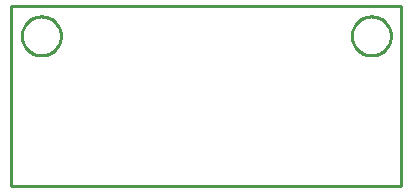
<source format=gbr>
G04 EAGLE Gerber RS-274X export*
G75*
%MOMM*%
%FSLAX34Y34*%
%LPD*%
%IN*%
%IPPOS*%
%AMOC8*
5,1,8,0,0,1.08239X$1,22.5*%
G01*
%ADD10C,0.254000*%


D10*
X0Y0D02*
X330200Y0D01*
X330200Y152400D01*
X0Y152400D01*
X0Y0D01*
X41910Y126460D02*
X41839Y125381D01*
X41698Y124309D01*
X41487Y123249D01*
X41208Y122205D01*
X40860Y121181D01*
X40446Y120183D01*
X39968Y119213D01*
X39428Y118277D01*
X38827Y117378D01*
X38169Y116521D01*
X37457Y115708D01*
X36692Y114944D01*
X35879Y114231D01*
X35022Y113573D01*
X34123Y112972D01*
X33187Y112432D01*
X32217Y111954D01*
X31219Y111540D01*
X30195Y111192D01*
X29151Y110913D01*
X28091Y110702D01*
X27019Y110561D01*
X25940Y110490D01*
X24860Y110490D01*
X23781Y110561D01*
X22709Y110702D01*
X21649Y110913D01*
X20605Y111192D01*
X19581Y111540D01*
X18583Y111954D01*
X17613Y112432D01*
X16677Y112972D01*
X15778Y113573D01*
X14921Y114231D01*
X14108Y114944D01*
X13344Y115708D01*
X12631Y116521D01*
X11973Y117378D01*
X11372Y118277D01*
X10832Y119213D01*
X10354Y120183D01*
X9940Y121181D01*
X9592Y122205D01*
X9313Y123249D01*
X9102Y124309D01*
X8961Y125381D01*
X8890Y126460D01*
X8890Y127540D01*
X8961Y128619D01*
X9102Y129691D01*
X9313Y130751D01*
X9592Y131795D01*
X9940Y132819D01*
X10354Y133817D01*
X10832Y134787D01*
X11372Y135723D01*
X11973Y136622D01*
X12631Y137479D01*
X13344Y138292D01*
X14108Y139057D01*
X14921Y139769D01*
X15778Y140427D01*
X16677Y141028D01*
X17613Y141568D01*
X18583Y142046D01*
X19581Y142460D01*
X20605Y142808D01*
X21649Y143087D01*
X22709Y143298D01*
X23781Y143439D01*
X24860Y143510D01*
X25940Y143510D01*
X27019Y143439D01*
X28091Y143298D01*
X29151Y143087D01*
X30195Y142808D01*
X31219Y142460D01*
X32217Y142046D01*
X33187Y141568D01*
X34123Y141028D01*
X35022Y140427D01*
X35879Y139769D01*
X36692Y139057D01*
X37457Y138292D01*
X38169Y137479D01*
X38827Y136622D01*
X39428Y135723D01*
X39968Y134787D01*
X40446Y133817D01*
X40860Y132819D01*
X41208Y131795D01*
X41487Y130751D01*
X41698Y129691D01*
X41839Y128619D01*
X41910Y127540D01*
X41910Y126460D01*
X321310Y126460D02*
X321239Y125381D01*
X321098Y124309D01*
X320887Y123249D01*
X320608Y122205D01*
X320260Y121181D01*
X319846Y120183D01*
X319368Y119213D01*
X318828Y118277D01*
X318227Y117378D01*
X317569Y116521D01*
X316857Y115708D01*
X316092Y114944D01*
X315279Y114231D01*
X314422Y113573D01*
X313523Y112972D01*
X312587Y112432D01*
X311617Y111954D01*
X310619Y111540D01*
X309595Y111192D01*
X308551Y110913D01*
X307491Y110702D01*
X306419Y110561D01*
X305340Y110490D01*
X304260Y110490D01*
X303181Y110561D01*
X302109Y110702D01*
X301049Y110913D01*
X300005Y111192D01*
X298981Y111540D01*
X297983Y111954D01*
X297013Y112432D01*
X296077Y112972D01*
X295178Y113573D01*
X294321Y114231D01*
X293508Y114944D01*
X292744Y115708D01*
X292031Y116521D01*
X291373Y117378D01*
X290772Y118277D01*
X290232Y119213D01*
X289754Y120183D01*
X289340Y121181D01*
X288992Y122205D01*
X288713Y123249D01*
X288502Y124309D01*
X288361Y125381D01*
X288290Y126460D01*
X288290Y127540D01*
X288361Y128619D01*
X288502Y129691D01*
X288713Y130751D01*
X288992Y131795D01*
X289340Y132819D01*
X289754Y133817D01*
X290232Y134787D01*
X290772Y135723D01*
X291373Y136622D01*
X292031Y137479D01*
X292744Y138292D01*
X293508Y139057D01*
X294321Y139769D01*
X295178Y140427D01*
X296077Y141028D01*
X297013Y141568D01*
X297983Y142046D01*
X298981Y142460D01*
X300005Y142808D01*
X301049Y143087D01*
X302109Y143298D01*
X303181Y143439D01*
X304260Y143510D01*
X305340Y143510D01*
X306419Y143439D01*
X307491Y143298D01*
X308551Y143087D01*
X309595Y142808D01*
X310619Y142460D01*
X311617Y142046D01*
X312587Y141568D01*
X313523Y141028D01*
X314422Y140427D01*
X315279Y139769D01*
X316092Y139057D01*
X316857Y138292D01*
X317569Y137479D01*
X318227Y136622D01*
X318828Y135723D01*
X319368Y134787D01*
X319846Y133817D01*
X320260Y132819D01*
X320608Y131795D01*
X320887Y130751D01*
X321098Y129691D01*
X321239Y128619D01*
X321310Y127540D01*
X321310Y126460D01*
M02*

</source>
